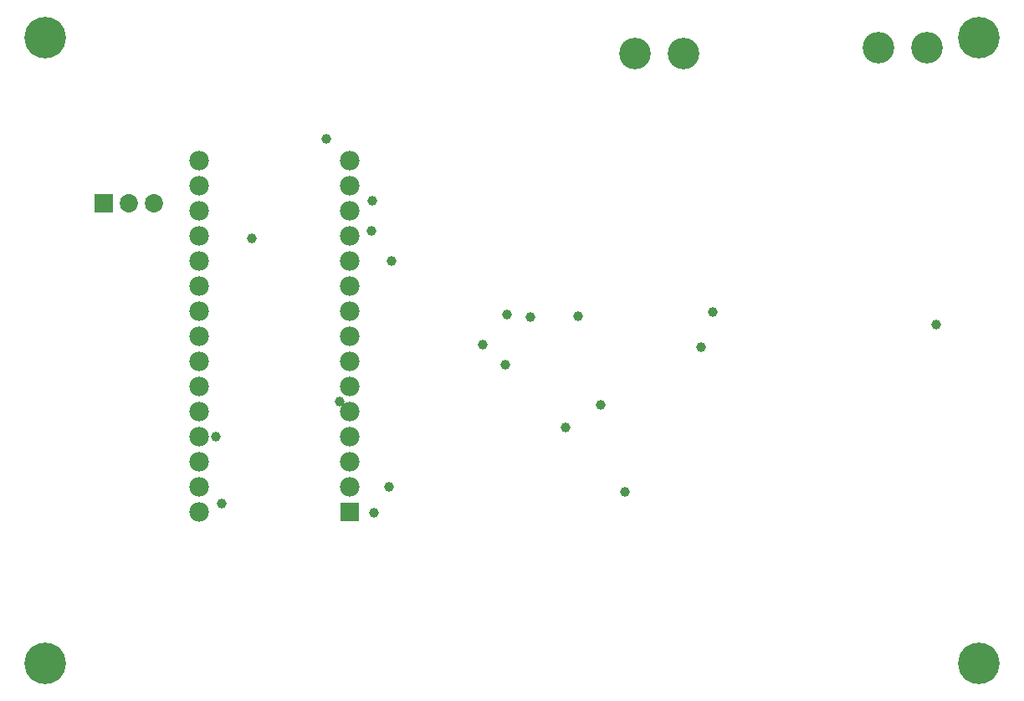
<source format=gbr>
G04*
G04 #@! TF.GenerationSoftware,Altium Limited,Altium Designer,22.4.2 (48)*
G04*
G04 Layer_Color=16711935*
%FSLAX25Y25*%
%MOIN*%
G70*
G04*
G04 #@! TF.SameCoordinates,CF3C407C-0524-4A2E-8B94-90E9F096BC4F*
G04*
G04*
G04 #@! TF.FilePolarity,Negative*
G04*
G01*
G75*
%ADD58C,0.07800*%
%ADD59R,0.07800X0.07800*%
%ADD60C,0.12611*%
%ADD61R,0.07300X0.07300*%
%ADD62C,0.07300*%
%ADD63C,0.16548*%
%ADD64C,0.03950*%
D58*
X72499Y211500D02*
D03*
Y201500D02*
D03*
Y191500D02*
D03*
Y181500D02*
D03*
Y171500D02*
D03*
Y161500D02*
D03*
Y151500D02*
D03*
Y141500D02*
D03*
Y131500D02*
D03*
Y121500D02*
D03*
Y111500D02*
D03*
Y101500D02*
D03*
Y91500D02*
D03*
Y81500D02*
D03*
Y71500D02*
D03*
X132499Y211500D02*
D03*
Y201500D02*
D03*
Y191500D02*
D03*
Y181500D02*
D03*
Y171500D02*
D03*
Y161500D02*
D03*
Y151500D02*
D03*
Y141500D02*
D03*
Y131500D02*
D03*
Y121500D02*
D03*
Y111500D02*
D03*
Y101500D02*
D03*
Y91500D02*
D03*
Y81500D02*
D03*
D59*
Y71500D02*
D03*
D60*
X342999Y256500D02*
D03*
X362499D02*
D03*
X245999Y254000D02*
D03*
X265499D02*
D03*
D61*
X34499Y194500D02*
D03*
D62*
X44499D02*
D03*
X54499D02*
D03*
D63*
X383000Y260500D02*
D03*
Y11000D02*
D03*
X11000D02*
D03*
Y260500D02*
D03*
D64*
X141125Y183513D02*
D03*
X149000Y171500D02*
D03*
X141500Y195500D02*
D03*
X195000Y150000D02*
D03*
X194500Y130000D02*
D03*
X204500Y149000D02*
D03*
X223500Y149500D02*
D03*
X81499Y74842D02*
D03*
X93500Y180500D02*
D03*
X128500Y115500D02*
D03*
X277000Y151000D02*
D03*
X272500Y137000D02*
D03*
X78999Y101500D02*
D03*
X185499Y138000D02*
D03*
X232499Y114000D02*
D03*
X218180Y105220D02*
D03*
X141999Y71000D02*
D03*
X365999Y146000D02*
D03*
X241999Y79500D02*
D03*
X122999Y220000D02*
D03*
X147999Y81500D02*
D03*
M02*

</source>
